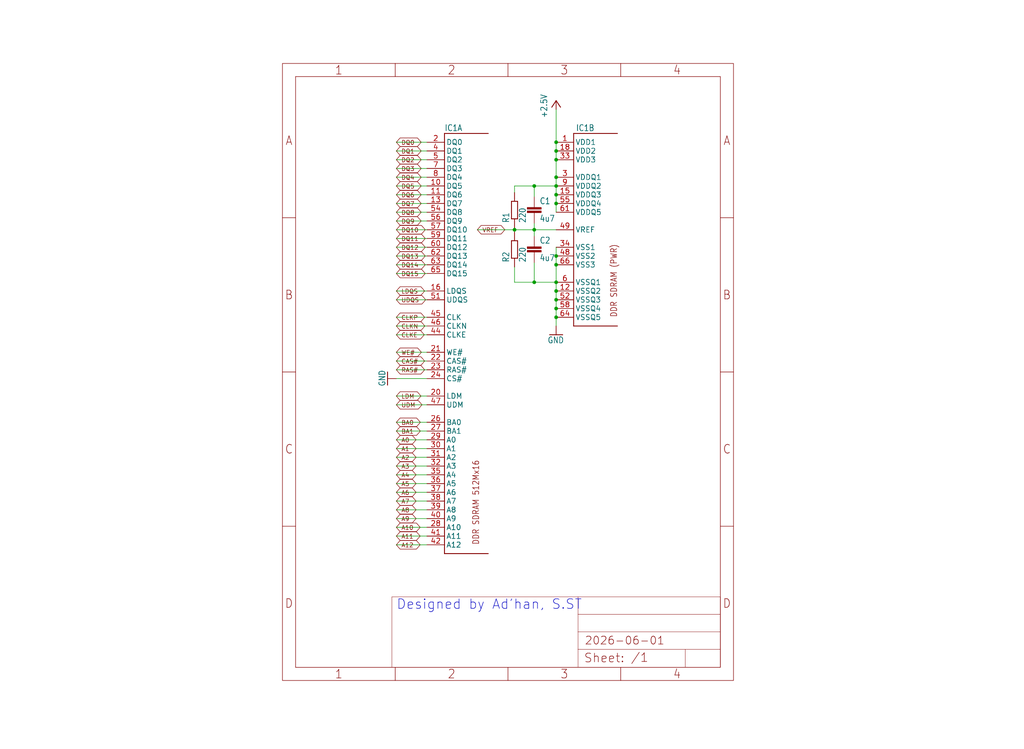
<source format=kicad_sch>
(kicad_sch (version 20250114) (generator "eeschema") (generator_version "9.0")
  (paper "User" 297.002 217.322)
  (lib_symbols
    (symbol "STCC1-V5a-eagle-import:+2.5V" (power)
      (symbol "+2.5V_1_0"
        (polyline (pts (xy 0 0) (xy -1.27 -1.905)) (stroke (width 0.254)))
        (polyline (pts (xy 1.27 -1.905) (xy 0 0)) (stroke (width 0.254)))
        (pin power_in line (at 0 -2.54 90) (length 2.54) (name "+2.5V") (number "1"))
      )
    )
    (symbol "STCC1-V5a-eagle-import:A5P-LOC"
      (symbol "A5P-LOC_1_0"
        (polyline (pts (xy 0 179.07) (xy 130.81 179.07) (xy 130.81 0) (xy 0 0) (xy 0 179.07)))
        (polyline (pts (xy 0 134.3025) (xy 3.81 134.3025)))
        (polyline (pts (xy 0 89.535) (xy 3.81 89.535)))
        (polyline (pts (xy 0 44.7675) (xy 3.81 44.7675)))
        (polyline (pts (xy 3.81 175.26) (xy 3.81 3.81)))
        (polyline (pts (xy 31.75 24.257) (xy 85.725 24.257)) (stroke (width 0.1016)))
        (polyline (pts (xy 31.75 3.937) (xy 31.75 24.257)) (stroke (width 0.1016)))
        (polyline (pts (xy 32.7025 179.07) (xy 32.7025 175.26)))
        (polyline (pts (xy 32.7025 3.81) (xy 32.7025 0)))
        (polyline (pts (xy 65.405 179.07) (xy 65.405 175.26)))
        (polyline (pts (xy 65.405 3.81) (xy 65.405 0)))
        (polyline (pts (xy 85.725 24.257) (xy 127 24.257)) (stroke (width 0.1016)))
        (polyline (pts (xy 85.725 19.177) (xy 85.725 24.257)) (stroke (width 0.1016)))
        (polyline (pts (xy 85.725 19.177) (xy 127 19.177)) (stroke (width 0.1016)))
        (polyline (pts (xy 85.725 14.097) (xy 85.725 19.177)) (stroke (width 0.1016)))
        (polyline (pts (xy 85.725 14.097) (xy 127 14.097)) (stroke (width 0.1016)))
        (polyline (pts (xy 85.725 9.017) (xy 85.725 14.097)) (stroke (width 0.1016)))
        (polyline (pts (xy 85.725 9.017) (xy 85.725 3.937)) (stroke (width 0.1016)))
        (polyline (pts (xy 98.1075 179.07) (xy 98.1075 175.26)))
        (polyline (pts (xy 98.1075 3.81) (xy 98.1075 0)))
        (polyline (pts (xy 116.84 9.017) (xy 85.725 9.017)) (stroke (width 0.1016)))
        (polyline (pts (xy 116.84 9.017) (xy 127 9.017)) (stroke (width 0.1016)))
        (polyline (pts (xy 116.84 3.937) (xy 116.84 9.017)) (stroke (width 0.1016)))
        (polyline (pts (xy 127 175.26) (xy 3.81 175.26)))
        (polyline (pts (xy 127 175.26) (xy 127 3.81)))
        (polyline (pts (xy 127 134.3025) (xy 130.81 134.3025)))
        (polyline (pts (xy 127 89.535) (xy 130.81 89.535)))
        (polyline (pts (xy 127 44.7675) (xy 130.81 44.7675)))
        (polyline (pts (xy 127 19.177) (xy 127 24.257)) (stroke (width 0.1016)))
        (polyline (pts (xy 127 14.097) (xy 127 19.177)) (stroke (width 0.1016)))
        (polyline (pts (xy 127 9.017) (xy 127 14.097)) (stroke (width 0.1016)))
        (polyline (pts (xy 127 3.937) (xy 127 9.017)) (stroke (width 0.1016)))
        (polyline (pts (xy 127 3.81) (xy 3.81 3.81)))
        (text "A" (at 1.905 156.6863 0) (effects (font (size 2.54 2.286))))
        (text "B" (at 1.905 111.9188 0) (effects (font (size 2.54 2.286))))
        (text "C" (at 1.905 67.1513 0) (effects (font (size 2.54 2.286))))
        (text "D" (at 1.905 22.3838 0) (effects (font (size 2.54 2.286))))
        (text "1" (at 16.3513 177.165 0) (effects (font (size 2.54 2.286))))
        (text "1" (at 16.3513 1.905 0) (effects (font (size 2.54 2.286))))
        (text "2" (at 49.0538 177.165 0) (effects (font (size 2.54 2.286))))
        (text "2" (at 49.0538 1.905 0) (effects (font (size 2.54 2.286))))
        (text "3" (at 81.7563 177.165 0) (effects (font (size 2.54 2.286))))
        (text "3" (at 81.7563 1.905 0) (effects (font (size 2.54 2.286))))
        (text "Sheet:" (at 87.376 5.08 0) (effects (font (size 2.54 2.54)) (justify left bottom)))
        (text "${PROJECTNAME}" (at 87.63 15.367 0) (effects (font (size 2.54 2.54)) (justify left bottom)))
        (text "${CURRENT_DATE}" (at 87.63 10.287 0) (effects (font (size 2.286 2.286)) (justify left bottom)))
        (text "${#}/${##}" (at 100.965 5.207 0) (effects (font (size 2.54 2.54)) (justify left bottom)))
        (text "4" (at 114.4588 177.165 0) (effects (font (size 2.54 2.286))))
        (text "4" (at 114.4588 1.905 0) (effects (font (size 2.54 2.286))))
        (text "A" (at 128.905 156.6863 0) (effects (font (size 2.54 2.286))))
        (text "B" (at 128.905 111.9188 0) (effects (font (size 2.54 2.286))))
        (text "C" (at 128.905 67.1513 0) (effects (font (size 2.54 2.286))))
        (text "D" (at 128.905 22.3838 0) (effects (font (size 2.54 2.286))))
      )
    )
    (symbol "STCC1-V5a-eagle-import:C-EUC0603"
      (property "Reference" "C" (at 1.524 0.381 0))
      (symbol "C-EUC0603_1_0"
        (rectangle (start -2.032 -1.016) (end 2.032 -0.508) (fill (type outline)))
        (rectangle (start -2.032 -2.032) (end 2.032 -1.524) (fill (type outline)))
        (polyline (pts (xy 0 0) (xy 0 -0.508)) (stroke (width 0.1524)))
        (polyline (pts (xy 0 -2.54) (xy 0 -2.032)) (stroke (width 0.1524)))
        (pin passive line (at 0 2.54 270) (length 2.54) (name "1") (number "1"))
        (pin passive line (at 0 -5.08 90) (length 2.54) (name "2") (number "2"))
      )
    )
    (symbol "STCC1-V5a-eagle-import:DDR_SDRAM-512X16TSOPII-66"
      (property "Reference" "IC" (at 0.635 28.575 0))
      (symbol "DDR_SDRAM-512X16TSOPII-66_1_0"
        (polyline (pts (xy 0 81.28) (xy 0 -40.64)) (stroke (width 0.254)))
        (polyline (pts (xy 0 -40.64) (xy 12.7 -40.64)) (stroke (width 0.254)))
        (polyline (pts (xy 12.7 81.28) (xy 0 81.28)) (stroke (width 0.254)))
        (text "DDR SDRAM 512Mx16" (at 10.16 -38.1 900) (effects (font (size 1.778 1.5113)) (justify left bottom)))
        (pin bidirectional line (at -5.08 78.74 0) (length 5.08) (name "DQ0") (number "2"))
        (pin bidirectional line (at -5.08 76.2 0) (length 5.08) (name "DQ1") (number "4"))
        (pin bidirectional line (at -5.08 73.66 0) (length 5.08) (name "DQ2") (number "5"))
        (pin bidirectional line (at -5.08 71.12 0) (length 5.08) (name "DQ3") (number "7"))
        (pin bidirectional line (at -5.08 68.58 0) (length 5.08) (name "DQ4") (number "8"))
        (pin bidirectional line (at -5.08 66.04 0) (length 5.08) (name "DQ5") (number "10"))
        (pin bidirectional line (at -5.08 63.5 0) (length 5.08) (name "DQ6") (number "11"))
        (pin bidirectional line (at -5.08 60.96 0) (length 5.08) (name "DQ7") (number "13"))
        (pin bidirectional line (at -5.08 58.42 0) (length 5.08) (name "DQ8") (number "54"))
        (pin bidirectional line (at -5.08 55.88 0) (length 5.08) (name "DQ9") (number "56"))
        (pin bidirectional line (at -5.08 53.34 0) (length 5.08) (name "DQ10") (number "57"))
        (pin bidirectional line (at -5.08 50.8 0) (length 5.08) (name "DQ11") (number "59"))
        (pin bidirectional line (at -5.08 48.26 0) (length 5.08) (name "DQ12") (number "60"))
        (pin bidirectional line (at -5.08 45.72 0) (length 5.08) (name "DQ13") (number "62"))
        (pin bidirectional line (at -5.08 43.18 0) (length 5.08) (name "DQ14") (number "63"))
        (pin bidirectional line (at -5.08 40.64 0) (length 5.08) (name "DQ15") (number "65"))
        (pin bidirectional line (at -5.08 35.56 0) (length 5.08) (name "LDQS") (number "16"))
        (pin bidirectional line (at -5.08 33.02 0) (length 5.08) (name "UDQS") (number "51"))
        (pin bidirectional line (at -5.08 27.94 0) (length 5.08) (name "CLK") (number "45"))
        (pin bidirectional line (at -5.08 25.4 0) (length 5.08) (name "CLKN") (number "46"))
        (pin bidirectional line (at -5.08 22.86 0) (length 5.08) (name "CLKE") (number "44"))
        (pin bidirectional line (at -5.08 17.78 0) (length 5.08) (name "WE#") (number "21"))
        (pin bidirectional line (at -5.08 15.24 0) (length 5.08) (name "CAS#") (number "22"))
        (pin bidirectional line (at -5.08 12.7 0) (length 5.08) (name "RAS#") (number "23"))
        (pin bidirectional line (at -5.08 10.16 0) (length 5.08) (name "CS#") (number "24"))
        (pin bidirectional line (at -5.08 5.08 0) (length 5.08) (name "LDM") (number "20"))
        (pin bidirectional line (at -5.08 2.54 0) (length 5.08) (name "UDM") (number "47"))
        (pin bidirectional line (at -5.08 -2.54 0) (length 5.08) (name "BA0") (number "26"))
        (pin bidirectional line (at -5.08 -5.08 0) (length 5.08) (name "BA1") (number "27"))
        (pin bidirectional line (at -5.08 -7.62 0) (length 5.08) (name "A0") (number "29"))
        (pin bidirectional line (at -5.08 -10.16 0) (length 5.08) (name "A1") (number "30"))
        (pin bidirectional line (at -5.08 -12.7 0) (length 5.08) (name "A2") (number "31"))
        (pin bidirectional line (at -5.08 -15.24 0) (length 5.08) (name "A3") (number "32"))
        (pin bidirectional line (at -5.08 -17.78 0) (length 5.08) (name "A4") (number "35"))
        (pin bidirectional line (at -5.08 -20.32 0) (length 5.08) (name "A5") (number "36"))
        (pin bidirectional line (at -5.08 -22.86 0) (length 5.08) (name "A6") (number "37"))
        (pin bidirectional line (at -5.08 -25.4 0) (length 5.08) (name "A7") (number "38"))
        (pin bidirectional line (at -5.08 -27.94 0) (length 5.08) (name "A8") (number "39"))
        (pin bidirectional line (at -5.08 -30.48 0) (length 5.08) (name "A9") (number "40"))
        (pin bidirectional line (at -5.08 -33.02 0) (length 5.08) (name "A10") (number "28"))
        (pin bidirectional line (at -5.08 -35.56 0) (length 5.08) (name "A11") (number "41"))
        (pin bidirectional line (at -5.08 -38.1 0) (length 5.08) (name "A12") (number "42"))
      )
      (symbol "DDR_SDRAM-512X16TSOPII-66_2_0"
        (polyline (pts (xy 0 27.94) (xy 12.7 27.94)) (stroke (width 0.254)))
        (polyline (pts (xy 0 -27.94) (xy 0 27.94)) (stroke (width 0.254)))
        (polyline (pts (xy 0 -27.94) (xy 12.7 -27.94)) (stroke (width 0.254)))
        (text "DDR SDRAM (PWR)" (at 12.7 -25.4 900) (effects (font (size 1.778 1.5113)) (justify left bottom)))
        (pin bidirectional line (at -5.08 25.4 0) (length 5.08) (name "VDD1") (number "1"))
        (pin bidirectional line (at -5.08 22.86 0) (length 5.08) (name "VDD2") (number "18"))
        (pin bidirectional line (at -5.08 20.32 0) (length 5.08) (name "VDD3") (number "33"))
        (pin bidirectional line (at -5.08 15.24 0) (length 5.08) (name "VDDQ1") (number "3"))
        (pin bidirectional line (at -5.08 12.7 0) (length 5.08) (name "VDDQ2") (number "9"))
        (pin bidirectional line (at -5.08 10.16 0) (length 5.08) (name "VDDQ3") (number "15"))
        (pin bidirectional line (at -5.08 7.62 0) (length 5.08) (name "VDDQ4") (number "55"))
        (pin bidirectional line (at -5.08 5.08 0) (length 5.08) (name "VDDQ5") (number "61"))
        (pin bidirectional line (at -5.08 0 0) (length 5.08) (name "VREF") (number "49"))
        (pin bidirectional line (at -5.08 -5.08 0) (length 5.08) (name "VSS1") (number "34"))
        (pin bidirectional line (at -5.08 -7.62 0) (length 5.08) (name "VSS2") (number "48"))
        (pin bidirectional line (at -5.08 -10.16 0) (length 5.08) (name "VSS3") (number "66"))
        (pin bidirectional line (at -5.08 -15.24 0) (length 5.08) (name "VSSQ1") (number "6"))
        (pin bidirectional line (at -5.08 -17.78 0) (length 5.08) (name "VSSQ2") (number "12"))
        (pin bidirectional line (at -5.08 -20.32 0) (length 5.08) (name "VSSQ3") (number "52"))
        (pin bidirectional line (at -5.08 -22.86 0) (length 5.08) (name "VSSQ4") (number "58"))
        (pin bidirectional line (at -5.08 -25.4 0) (length 5.08) (name "VSSQ5") (number "64"))
      )
    )
    (symbol "STCC1-V5a-eagle-import:GND" (power)
      (symbol "GND_1_0"
        (polyline (pts (xy -1.905 0) (xy 1.905 0)) (stroke (width 0.254)))
        (pin power_in line (at 0 2.54 270) (length 2.54) (name "GND") (number "1"))
      )
    )
    (symbol "STCC1-V5a-eagle-import:R-EU_R0603"
      (property "Reference" "R" (at -3.81 1.4986 0))
      (symbol "R-EU_R0603_1_0"
        (polyline (pts (xy -2.54 -0.889) (xy -2.54 0.889)) (stroke (width 0.254)))
        (polyline (pts (xy -2.54 -0.889) (xy 2.54 -0.889)) (stroke (width 0.254)))
        (polyline (pts (xy 2.54 0.889) (xy -2.54 0.889)) (stroke (width 0.254)))
        (polyline (pts (xy 2.54 -0.889) (xy 2.54 0.889)) (stroke (width 0.254)))
        (pin passive line (at -5.08 0 0) (length 2.54) (name "1") (number "1"))
        (pin passive line (at 5.08 0 180) (length 2.54) (name "2") (number "2"))
      )
    )
  )
  (text "Designed by Ad'han, S.ST" (at 114.935 177.165 0) (effects (font (size 2.794 2.794)) (justify left bottom)))
  (junction (at 161.29 51.435))
  (junction (at 161.29 86.995))
  (junction (at 161.29 43.815))
  (junction (at 161.29 56.515))
  (junction (at 161.29 92.075))
  (junction (at 161.29 89.535))
  (junction (at 161.29 76.835))
  (junction (at 161.29 81.915))
  (junction (at 149.225 66.675))
  (junction (at 161.29 59.055))
  (junction (at 161.29 41.275))
  (junction (at 161.29 74.295))
  (junction (at 161.29 46.355))
  (junction (at 161.29 84.455))
  (junction (at 154.94 66.675))
  (junction (at 154.94 53.975))
  (junction (at 161.29 53.975))
  (junction (at 154.94 81.915))
  (wire (pts (xy 123.825 140.335) (xy 114.935 140.335)) (stroke (width 0.1524)))
  (wire (pts (xy 161.29 76.835) (xy 161.29 74.295)) (stroke (width 0.1524)))
  (wire (pts (xy 149.225 81.915) (xy 154.94 81.915)) (stroke (width 0.1524)))
  (wire (pts (xy 123.825 71.755) (xy 114.935 71.755)) (stroke (width 0.1524)))
  (wire (pts (xy 149.225 66.04) (xy 149.225 66.675)) (stroke (width 0.1524)))
  (wire (pts (xy 161.29 59.055) (xy 161.29 56.515)) (stroke (width 0.1524)))
  (wire (pts (xy 123.825 155.575) (xy 114.935 155.575)) (stroke (width 0.1524)))
  (wire (pts (xy 161.29 41.275) (xy 161.29 31.75)) (stroke (width 0.1524)))
  (wire (pts (xy 161.29 86.995) (xy 161.29 84.455)) (stroke (width 0.1524)))
  (wire (pts (xy 161.29 74.295) (xy 161.29 71.755)) (stroke (width 0.1524)))
  (wire (pts (xy 123.825 94.615) (xy 114.935 94.615)) (stroke (width 0.1524)))
  (wire (pts (xy 154.94 66.675) (xy 149.225 66.675)) (stroke (width 0.1524)))
  (wire (pts (xy 149.225 66.675) (xy 138.43 66.675)) (stroke (width 0.1524)))
  (wire (pts (xy 123.825 153.035) (xy 114.935 153.035)) (stroke (width 0.1524)))
  (wire (pts (xy 123.825 74.295) (xy 114.935 74.295)) (stroke (width 0.1524)))
  (wire (pts (xy 161.29 61.595) (xy 161.29 59.055)) (stroke (width 0.1524)))
  (wire (pts (xy 123.825 109.855) (xy 114.935 109.855)) (stroke (width 0.1524)))
  (wire (pts (xy 161.29 66.675) (xy 154.94 66.675)) (stroke (width 0.1524)))
  (wire (pts (xy 154.94 57.15) (xy 154.94 53.975)) (stroke (width 0.1524)))
  (wire (pts (xy 123.825 107.315) (xy 114.935 107.315)) (stroke (width 0.1524)))
  (wire (pts (xy 123.825 158.115) (xy 114.935 158.115)) (stroke (width 0.1524)))
  (wire (pts (xy 123.825 56.515) (xy 114.935 56.515)) (stroke (width 0.1524)))
  (wire (pts (xy 123.825 92.075) (xy 114.935 92.075)) (stroke (width 0.1524)))
  (wire (pts (xy 123.825 84.455) (xy 114.935 84.455)) (stroke (width 0.1524)))
  (wire (pts (xy 123.825 150.495) (xy 114.935 150.495)) (stroke (width 0.1524)))
  (wire (pts (xy 161.29 81.915) (xy 161.29 76.835)) (stroke (width 0.1524)))
  (wire (pts (xy 154.94 64.77) (xy 154.94 66.675)) (stroke (width 0.1524)))
  (wire (pts (xy 123.825 53.975) (xy 114.935 53.975)) (stroke (width 0.1524)))
  (wire (pts (xy 161.29 92.075) (xy 161.29 89.535)) (stroke (width 0.1524)))
  (wire (pts (xy 123.825 46.355) (xy 114.935 46.355)) (stroke (width 0.1524)))
  (wire (pts (xy 123.825 48.895) (xy 114.935 48.895)) (stroke (width 0.1524)))
  (wire (pts (xy 123.825 76.835) (xy 114.935 76.835)) (stroke (width 0.1524)))
  (wire (pts (xy 123.825 64.135) (xy 114.935 64.135)) (stroke (width 0.1524)))
  (wire (pts (xy 123.825 102.235) (xy 114.935 102.235)) (stroke (width 0.1524)))
  (wire (pts (xy 123.825 66.675) (xy 114.935 66.675)) (stroke (width 0.1524)))
  (wire (pts (xy 123.825 51.435) (xy 114.935 51.435)) (stroke (width 0.1524)))
  (wire (pts (xy 161.29 56.515) (xy 161.29 53.975)) (stroke (width 0.1524)))
  (wire (pts (xy 123.825 61.595) (xy 114.935 61.595)) (stroke (width 0.1524)))
  (wire (pts (xy 123.825 122.555) (xy 114.935 122.555)) (stroke (width 0.1524)))
  (wire (pts (xy 123.825 135.255) (xy 114.935 135.255)) (stroke (width 0.1524)))
  (wire (pts (xy 123.825 132.715) (xy 114.935 132.715)) (stroke (width 0.1524)))
  (wire (pts (xy 149.225 77.47) (xy 149.225 81.915)) (stroke (width 0.1524)))
  (wire (pts (xy 123.825 59.055) (xy 114.935 59.055)) (stroke (width 0.1524)))
  (wire (pts (xy 123.825 69.215) (xy 114.935 69.215)) (stroke (width 0.1524)))
  (wire (pts (xy 123.825 97.155) (xy 114.935 97.155)) (stroke (width 0.1524)))
  (wire (pts (xy 123.825 137.795) (xy 114.935 137.795)) (stroke (width 0.1524)))
  (wire (pts (xy 154.94 53.975) (xy 161.29 53.975)) (stroke (width 0.1524)))
  (wire (pts (xy 161.29 46.355) (xy 161.29 43.815)) (stroke (width 0.1524)))
  (wire (pts (xy 161.29 43.815) (xy 161.29 41.275)) (stroke (width 0.1524)))
  (wire (pts (xy 149.225 55.88) (xy 149.225 53.975)) (stroke (width 0.1524)))
  (wire (pts (xy 154.94 81.915) (xy 161.29 81.915)) (stroke (width 0.1524)))
  (wire (pts (xy 123.825 43.815) (xy 114.935 43.815)) (stroke (width 0.1524)))
  (wire (pts (xy 161.29 84.455) (xy 161.29 81.915)) (stroke (width 0.1524)))
  (wire (pts (xy 123.825 130.175) (xy 114.935 130.175)) (stroke (width 0.1524)))
  (wire (pts (xy 154.94 68.58) (xy 154.94 66.675)) (stroke (width 0.1524)))
  (wire (pts (xy 123.825 117.475) (xy 114.935 117.475)) (stroke (width 0.1524)))
  (wire (pts (xy 123.825 145.415) (xy 114.935 145.415)) (stroke (width 0.1524)))
  (wire (pts (xy 123.825 104.775) (xy 114.935 104.775)) (stroke (width 0.1524)))
  (wire (pts (xy 161.29 53.975) (xy 161.29 51.435)) (stroke (width 0.1524)))
  (wire (pts (xy 161.29 94.615) (xy 161.29 92.075)) (stroke (width 0.1524)))
  (wire (pts (xy 161.29 51.435) (xy 161.29 46.355)) (stroke (width 0.1524)))
  (wire (pts (xy 161.29 89.535) (xy 161.29 86.995)) (stroke (width 0.1524)))
  (wire (pts (xy 123.825 147.955) (xy 114.935 147.955)) (stroke (width 0.1524)))
  (wire (pts (xy 123.825 142.875) (xy 114.935 142.875)) (stroke (width 0.1524)))
  (wire (pts (xy 123.825 114.935) (xy 114.935 114.935)) (stroke (width 0.1524)))
  (wire (pts (xy 149.225 53.975) (xy 154.94 53.975)) (stroke (width 0.1524)))
  (wire (pts (xy 123.825 79.375) (xy 114.935 79.375)) (stroke (width 0.1524)))
  (wire (pts (xy 149.225 67.31) (xy 149.225 66.675)) (stroke (width 0.1524)))
  (wire (pts (xy 123.825 86.995) (xy 114.935 86.995)) (stroke (width 0.1524)))
  (wire (pts (xy 123.825 127.635) (xy 114.935 127.635)) (stroke (width 0.1524)))
  (wire (pts (xy 123.825 41.275) (xy 114.935 41.275)) (stroke (width 0.1524)))
  (wire (pts (xy 123.825 125.095) (xy 114.935 125.095)) (stroke (width 0.1524)))
  (wire (pts (xy 154.94 76.2) (xy 154.94 81.915)) (stroke (width 0.1524)))
  (global_label "A5" (shape bidirectional) (at 114.935 140.335 0) (effects (font (size 1.2446 1.2446))) (property "Intersheetrefs" "${INTERSHEET_REFS}" (effects (hide yes))))
  (global_label "DQ14" (shape bidirectional) (at 114.935 76.835 0) (effects (font (size 1.2446 1.2446))) (property "Intersheetrefs" "${INTERSHEET_REFS}" (effects (hide yes))))
  (global_label "DQ13" (shape bidirectional) (at 114.935 74.295 0) (effects (font (size 1.2446 1.2446))) (property "Intersheetrefs" "${INTERSHEET_REFS}" (effects (hide yes))))
  (global_label "LDM" (shape bidirectional) (at 114.935 114.935 0) (effects (font (size 1.2446 1.2446))) (property "Intersheetrefs" "${INTERSHEET_REFS}" (effects (hide yes))))
  (global_label "DQ10" (shape bidirectional) (at 114.935 66.675 0) (effects (font (size 1.2446 1.2446))) (property "Intersheetrefs" "${INTERSHEET_REFS}" (effects (hide yes))))
  (global_label "A2" (shape bidirectional) (at 114.935 132.715 0) (effects (font (size 1.2446 1.2446))) (property "Intersheetrefs" "${INTERSHEET_REFS}" (effects (hide yes))))
  (global_label "WE#" (shape bidirectional) (at 114.935 102.235 0) (effects (font (size 1.2446 1.2446))) (property "Intersheetrefs" "${INTERSHEET_REFS}" (effects (hide yes))))
  (global_label "UDM" (shape bidirectional) (at 114.935 117.475 0) (effects (font (size 1.2446 1.2446))) (property "Intersheetrefs" "${INTERSHEET_REFS}" (effects (hide yes))))
  (global_label "DQ2" (shape bidirectional) (at 114.935 46.355 0) (effects (font (size 1.2446 1.2446))) (property "Intersheetrefs" "${INTERSHEET_REFS}" (effects (hide yes))))
  (global_label "DQ8" (shape bidirectional) (at 114.935 61.595 0) (effects (font (size 1.2446 1.2446))) (property "Intersheetrefs" "${INTERSHEET_REFS}" (effects (hide yes))))
  (global_label "A3" (shape bidirectional) (at 114.935 135.255 0) (effects (font (size 1.2446 1.2446))) (property "Intersheetrefs" "${INTERSHEET_REFS}" (effects (hide yes))))
  (global_label "A9" (shape bidirectional) (at 114.935 150.495 0) (effects (font (size 1.2446 1.2446))) (property "Intersheetrefs" "${INTERSHEET_REFS}" (effects (hide yes))))
  (global_label "DQ9" (shape bidirectional) (at 114.935 64.135 0) (effects (font (size 1.2446 1.2446))) (property "Intersheetrefs" "${INTERSHEET_REFS}" (effects (hide yes))))
  (global_label "DQ6" (shape bidirectional) (at 114.935 56.515 0) (effects (font (size 1.2446 1.2446))) (property "Intersheetrefs" "${INTERSHEET_REFS}" (effects (hide yes))))
  (global_label "BA0" (shape bidirectional) (at 114.935 122.555 0) (effects (font (size 1.2446 1.2446))) (property "Intersheetrefs" "${INTERSHEET_REFS}" (effects (hide yes))))
  (global_label "A1" (shape bidirectional) (at 114.935 130.175 0) (effects (font (size 1.2446 1.2446))) (property "Intersheetrefs" "${INTERSHEET_REFS}" (effects (hide yes))))
  (global_label "DQ0" (shape bidirectional) (at 114.935 41.275 0) (effects (font (size 1.2446 1.2446))) (property "Intersheetrefs" "${INTERSHEET_REFS}" (effects (hide yes))))
  (global_label "BA1" (shape bidirectional) (at 114.935 125.095 0) (effects (font (size 1.2446 1.2446))) (property "Intersheetrefs" "${INTERSHEET_REFS}" (effects (hide yes))))
  (global_label "DQ5" (shape bidirectional) (at 114.935 53.975 0) (effects (font (size 1.2446 1.2446))) (property "Intersheetrefs" "${INTERSHEET_REFS}" (effects (hide yes))))
  (global_label "VREF" (shape bidirectional) (at 138.43 66.675 0) (effects (font (size 1.2446 1.2446))) (property "Intersheetrefs" "${INTERSHEET_REFS}" (effects (hide yes))))
  (global_label "CLKP" (shape bidirectional) (at 114.935 92.075 0) (effects (font (size 1.2446 1.2446))) (property "Intersheetrefs" "${INTERSHEET_REFS}" (effects (hide yes))))
  (global_label "DQ7" (shape bidirectional) (at 114.935 59.055 0) (effects (font (size 1.2446 1.2446))) (property "Intersheetrefs" "${INTERSHEET_REFS}" (effects (hide yes))))
  (global_label "DQ12" (shape bidirectional) (at 114.935 71.755 0) (effects (font (size 1.2446 1.2446))) (property "Intersheetrefs" "${INTERSHEET_REFS}" (effects (hide yes))))
  (global_label "A12" (shape bidirectional) (at 114.935 158.115 0) (effects (font (size 1.2446 1.2446))) (property "Intersheetrefs" "${INTERSHEET_REFS}" (effects (hide yes))))
  (global_label "A6" (shape bidirectional) (at 114.935 142.875 0) (effects (font (size 1.2446 1.2446))) (property "Intersheetrefs" "${INTERSHEET_REFS}" (effects (hide yes))))
  (global_label "DQ11" (shape bidirectional) (at 114.935 69.215 0) (effects (font (size 1.2446 1.2446))) (property "Intersheetrefs" "${INTERSHEET_REFS}" (effects (hide yes))))
  (global_label "A7" (shape bidirectional) (at 114.935 145.415 0) (effects (font (size 1.2446 1.2446))) (property "Intersheetrefs" "${INTERSHEET_REFS}" (effects (hide yes))))
  (global_label "LDQS" (shape bidirectional) (at 114.935 84.455 0) (effects (font (size 1.2446 1.2446))) (property "Intersheetrefs" "${INTERSHEET_REFS}" (effects (hide yes))))
  (global_label "UDQS" (shape bidirectional) (at 114.935 86.995 0) (effects (font (size 1.2446 1.2446))) (property "Intersheetrefs" "${INTERSHEET_REFS}" (effects (hide yes))))
  (global_label "CLKE" (shape bidirectional) (at 114.935 97.155 0) (effects (font (size 1.2446 1.2446))) (property "Intersheetrefs" "${INTERSHEET_REFS}" (effects (hide yes))))
  (global_label "A8" (shape bidirectional) (at 114.935 147.955 0) (effects (font (size 1.2446 1.2446))) (property "Intersheetrefs" "${INTERSHEET_REFS}" (effects (hide yes))))
  (global_label "RAS#" (shape bidirectional) (at 114.935 107.315 0) (effects (font (size 1.2446 1.2446))) (property "Intersheetrefs" "${INTERSHEET_REFS}" (effects (hide yes))))
  (global_label "DQ4" (shape bidirectional) (at 114.935 51.435 0) (effects (font (size 1.2446 1.2446))) (property "Intersheetrefs" "${INTERSHEET_REFS}" (effects (hide yes))))
  (global_label "DQ1" (shape bidirectional) (at 114.935 43.815 0) (effects (font (size 1.2446 1.2446))) (property "Intersheetrefs" "${INTERSHEET_REFS}" (effects (hide yes))))
  (global_label "A11" (shape bidirectional) (at 114.935 155.575 0) (effects (font (size 1.2446 1.2446))) (property "Intersheetrefs" "${INTERSHEET_REFS}" (effects (hide yes))))
  (global_label "A10" (shape bidirectional) (at 114.935 153.035 0) (effects (font (size 1.2446 1.2446))) (property "Intersheetrefs" "${INTERSHEET_REFS}" (effects (hide yes))))
  (global_label "A4" (shape bidirectional) (at 114.935 137.795 0) (effects (font (size 1.2446 1.2446))) (property "Intersheetrefs" "${INTERSHEET_REFS}" (effects (hide yes))))
  (global_label "DQ15" (shape bidirectional) (at 114.935 79.375 0) (effects (font (size 1.2446 1.2446))) (property "Intersheetrefs" "${INTERSHEET_REFS}" (effects (hide yes))))
  (global_label "DQ3" (shape bidirectional) (at 114.935 48.895 0) (effects (font (size 1.2446 1.2446))) (property "Intersheetrefs" "${INTERSHEET_REFS}" (effects (hide yes))))
  (global_label "CLKN" (shape bidirectional) (at 114.935 94.615 0) (effects (font (size 1.2446 1.2446))) (property "Intersheetrefs" "${INTERSHEET_REFS}" (effects (hide yes))))
  (global_label "A0" (shape bidirectional) (at 114.935 127.635 0) (effects (font (size 1.2446 1.2446))) (property "Intersheetrefs" "${INTERSHEET_REFS}" (effects (hide yes))))
  (global_label "CAS#" (shape bidirectional) (at 114.935 104.775 0) (effects (font (size 1.2446 1.2446))) (property "Intersheetrefs" "${INTERSHEET_REFS}" (effects (hide yes))))
  (symbol (lib_id "STCC1-V5a-eagle-import:GND") (at 112.395 109.855 270) (unit 1)
    (property "Reference" "#GND5" (effects (hide yes)))
    (property "Value" "GND" (at 109.855 107.315 0) (effects (font (size 1.778 1.5113)) (justify left bottom)))
  )
  (symbol (lib_id "STCC1-V5a-eagle-import:R-EU_R0603") (at 149.225 72.39 90) (unit 1)
    (property "Reference" "R2" (at 147.7264 76.2 0) (effects (font (size 1.778 1.5113)) (justify left bottom)))
    (property "Value" "220" (at 152.527 76.2 0) (effects (font (size 1.778 1.5113)) (justify left bottom)))
    (property "Footprint" "STCC1-V5a:R0603" (effects (hide yes)))
  )
  (symbol (lib_id "STCC1-V5a-eagle-import:DDR_SDRAM-512X16TSOPII-66") (at 128.905 120.015 0) (unit 1)
    (property "Reference" "IC1" (at 128.905 38.1 0) (effects (font (size 1.778 1.5113)) (justify left bottom)))
    (property "Value" "DDR_SDRAM-512X16TSOPII-66" (effects (hide yes)))
    (property "Footprint" "STCC1-V5a:TSOPII-66" (effects (hide yes)))
  )
  (symbol (lib_id "STCC1-V5a-eagle-import:A5P-LOC") (at 81.915 197.485 0) (unit 1)
    (property "Reference" "#FRAME2" (effects (hide yes)))
    (property "Value" "A5P-LOC" (effects (hide yes)))
  )
  (symbol (lib_id "STCC1-V5a-eagle-import:C-EUC0603") (at 154.94 71.12 0) (unit 1)
    (property "Reference" "C2" (at 156.464 70.739 0) (effects (font (size 1.778 1.5113)) (justify left bottom)))
    (property "Value" "4u7" (at 156.464 75.819 0) (effects (font (size 1.778 1.5113)) (justify left bottom)))
    (property "Footprint" "STCC1-V5a:C0603" (effects (hide yes)))
  )
  (symbol (lib_id "STCC1-V5a-eagle-import:GND") (at 161.29 97.155 0) (unit 1)
    (property "Reference" "#GND4" (effects (hide yes)))
    (property "Value" "GND" (at 158.75 99.695 0) (effects (font (size 1.778 1.5113)) (justify left bottom)))
  )
  (symbol (lib_id "STCC1-V5a-eagle-import:+2.5V") (at 161.29 29.21 0) (unit 1)
    (property "Reference" "#U$4" (effects (hide yes)))
    (property "Value" "+2.5V" (at 158.75 34.29 90) (effects (font (size 1.778 1.5113)) (justify left bottom)))
  )
  (symbol (lib_id "STCC1-V5a-eagle-import:R-EU_R0603") (at 149.225 60.96 90) (unit 1)
    (property "Reference" "R1" (at 147.7264 64.77 0) (effects (font (size 1.778 1.5113)) (justify left bottom)))
    (property "Value" "220" (at 152.527 64.77 0) (effects (font (size 1.778 1.5113)) (justify left bottom)))
    (property "Footprint" "STCC1-V5a:R0603" (effects (hide yes)))
  )
  (symbol (lib_id "STCC1-V5a-eagle-import:DDR_SDRAM-512X16TSOPII-66") (at 166.37 66.675 0) (unit 2)
    (property "Reference" "IC1" (at 167.005 38.1 0) (effects (font (size 1.778 1.5113)) (justify left bottom)))
    (property "Value" "DDR_SDRAM-512X16TSOPII-66" (effects (hide yes)))
    (property "Footprint" "STCC1-V5a:TSOPII-66" (effects (hide yes)))
  )
  (symbol (lib_id "STCC1-V5a-eagle-import:C-EUC0603") (at 154.94 59.69 0) (unit 1)
    (property "Reference" "C1" (at 156.464 59.309 0) (effects (font (size 1.778 1.5113)) (justify left bottom)))
    (property "Value" "4u7" (at 156.464 64.389 0) (effects (font (size 1.778 1.5113)) (justify left bottom)))
    (property "Footprint" "STCC1-V5a:C0603" (effects (hide yes)))
  )
)
</source>
